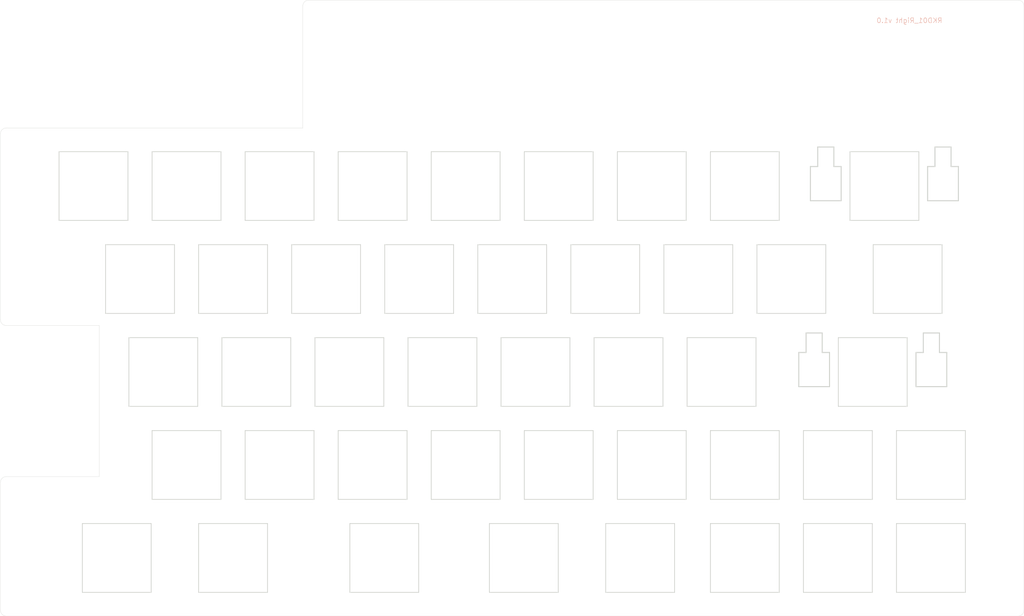
<source format=kicad_pcb>
(kicad_pcb (version 20240108) (generator "pcbnew") (generator_version "8.0")
  (layers (0 "F.Cu" signal) (31 "B.Cu" signal) (34 "B.Paste" user) (35 "F.Paste" user) (36 "B.SilkS" user "B.Silkscreen") (37 "F.SilkS" user "F.Silkscreen") (38 "B.Mask" user) (39 "F.Mask" user) (44 "Edge.Cuts" user))
  (net 0 "")
  (footprint "kbd_SW_Hole:SW_Hole_1u" (layer "F.Cu") (at 202.4063 57.15)
    (property "Reference" "SW75" (hide yes))
    (property "Value" "SW_Push" (hide yes))
    (fp_line (start -7.05 -7.05) (end 7.05 -7.05) (stroke (width 0.15)) (layer "Edge.Cuts"))
    (fp_line (start -7.05 7.05) (end -7.05 -7.05) (stroke (width 0.15)) (layer "Edge.Cuts"))
    (fp_line (start 7.05 -7.05) (end 7.05 7.05) (stroke (width 0.15)) (layer "Edge.Cuts"))
    (fp_line (start 7.05 7.05) (end -7.05 7.05) (stroke (width 0.15)) (layer "Edge.Cuts"))
  )
  (footprint "kbd_SW_Hole:SW_Hole_1u" (layer "F.Cu") (at 97.6313 57.15)
    (property "Reference" "SW51" (hide yes))
    (property "Value" "SW_Push" (hide yes))
    (fp_line (start -7.05 -7.05) (end 7.05 -7.05) (stroke (width 0.15)) (layer "Edge.Cuts"))
    (fp_line (start -7.05 7.05) (end -7.05 -7.05) (stroke (width 0.15)) (layer "Edge.Cuts"))
    (fp_line (start 7.05 -7.05) (end 7.05 7.05) (stroke (width 0.15)) (layer "Edge.Cuts"))
    (fp_line (start 7.05 7.05) (end -7.05 7.05) (stroke (width 0.15)) (layer "Edge.Cuts"))
  )
  (footprint "kbd_SW_Hole:SW_Hole_1u" (layer "F.Cu") (at 192.8813 133.35)
    (property "Reference" "SW74" (hide yes))
    (property "Value" "SW_Push" (hide yes))
    (fp_line (start -7.05 -7.05) (end 7.05 -7.05) (stroke (width 0.15)) (layer "Edge.Cuts"))
    (fp_line (start -7.05 7.05) (end -7.05 -7.05) (stroke (width 0.15)) (layer "Edge.Cuts"))
    (fp_line (start 7.05 -7.05) (end 7.05 7.05) (stroke (width 0.15)) (layer "Edge.Cuts"))
    (fp_line (start 7.05 7.05) (end -7.05 7.05) (stroke (width 0.15)) (layer "Edge.Cuts"))
  )
  (footprint "kbd_SW_Hole:SW_Hole_1u" (layer "F.Cu") (at 207.1688 76.2)
    (property "Reference" "SW76" (hide yes))
    (property "Value" "SW_Push" (hide yes))
    (fp_line (start -7.05 -7.05) (end 7.05 -7.05) (stroke (width 0.15)) (layer "Edge.Cuts"))
    (fp_line (start -7.05 7.05) (end -7.05 -7.05) (stroke (width 0.15)) (layer "Edge.Cuts"))
    (fp_line (start 7.05 -7.05) (end 7.05 7.05) (stroke (width 0.15)) (layer "Edge.Cuts"))
    (fp_line (start 7.05 7.05) (end -7.05 7.05) (stroke (width 0.15)) (layer "Edge.Cuts"))
  )
  (footprint "kbd_Hole:m2_Screw_Hole" (layer "F.Cu") (at 223.8375 23.8125)
    (property "Reference" "M2")
    (property "Value" "Mark")
    (pad "" np_thru_hole circle (at 0 0) (size 2.2 2.2) (drill 2.2) (layers "*.Cu" "*.Mask"))
  )
  (footprint "kbd_SW_Hole:SW_Hole_1u" (layer "F.Cu") (at 173.8313 57.15)
    (property "Reference" "SW70" (hide yes))
    (property "Value" "SW_Push" (hide yes))
    (fp_line (start -7.05 -7.05) (end 7.05 -7.05) (stroke (width 0.15)) (layer "Edge.Cuts"))
    (fp_line (start -7.05 7.05) (end -7.05 -7.05) (stroke (width 0.15)) (layer "Edge.Cuts"))
    (fp_line (start 7.05 -7.05) (end 7.05 7.05) (stroke (width 0.15)) (layer "Edge.Cuts"))
    (fp_line (start 7.05 7.05) (end -7.05 7.05) (stroke (width 0.15)) (layer "Edge.Cuts"))
  )
  (footprint "kbd_SW_Hole:SW_Hole_1u" (layer "F.Cu") (at 59.5313 57.15)
    (property "Reference" "SW41" (hide yes))
    (property "Value" "SW_Push" (hide yes))
    (fp_line (start -7.05 -7.05) (end 7.05 -7.05) (stroke (width 0.15)) (layer "Edge.Cuts"))
    (fp_line (start -7.05 7.05) (end -7.05 -7.05) (stroke (width 0.15)) (layer "Edge.Cuts"))
    (fp_line (start 7.05 -7.05) (end 7.05 7.05) (stroke (width 0.15)) (layer "Edge.Cuts"))
    (fp_line (start 7.05 7.05) (end -7.05 7.05) (stroke (width 0.15)) (layer "Edge.Cuts"))
  )
  (footprint "kbd_SW_Hole:SW_Hole_1u" (layer "F.Cu") (at 211.9313 114.3)
    (property "Reference" "SW77" (hide yes))
    (property "Value" "SW_Push" (hide yes))
    (fp_line (start -7.05 -7.05) (end 7.05 -7.05) (stroke (width 0.15)) (layer "Edge.Cuts"))
    (fp_line (start -7.05 7.05) (end -7.05 -7.05) (stroke (width 0.15)) (layer "Edge.Cuts"))
    (fp_line (start 7.05 -7.05) (end 7.05 7.05) (stroke (width 0.15)) (layer "Edge.Cuts"))
    (fp_line (start 7.05 7.05) (end -7.05 7.05) (stroke (width 0.15)) (layer "Edge.Cuts"))
  )
  (footprint "kbd_SW_Hole:SW_Hole_1u" (layer "F.Cu") (at 45.2438 133.35)
    (property "Reference" "SW40" (hide yes))
    (property "Value" "SW_Push" (hide yes))
    (fp_line (start -7.05 -7.05) (end 7.05 -7.05) (stroke (width 0.15)) (layer "Edge.Cuts"))
    (fp_line (start -7.05 7.05) (end -7.05 -7.05) (stroke (width 0.15)) (layer "Edge.Cuts"))
    (fp_line (start 7.05 -7.05) (end 7.05 7.05) (stroke (width 0.15)) (layer "Edge.Cuts"))
    (fp_line (start 7.05 7.05) (end -7.05 7.05) (stroke (width 0.15)) (layer "Edge.Cuts"))
  )
  (footprint "kbd_SW_Hole:SW_Hole_1u" (layer "F.Cu") (at 130.9688 95.25)
    (property "Reference" "SW58" (hide yes))
    (property "Value" "SW_Push" (hide yes))
    (fp_line (start -7.05 -7.05) (end 7.05 -7.05) (stroke (width 0.15)) (layer "Edge.Cuts"))
    (fp_line (start -7.05 7.05) (end -7.05 -7.05) (stroke (width 0.15)) (layer "Edge.Cuts"))
    (fp_line (start 7.05 -7.05) (end 7.05 7.05) (stroke (width 0.15)) (layer "Edge.Cuts"))
    (fp_line (start 7.05 7.05) (end -7.05 7.05) (stroke (width 0.15)) (layer "Edge.Cuts"))
  )
  (footprint "kbd_SW_Hole:SW_Hole_1u" (layer "F.Cu") (at 50.0063 76.2)
    (property "Reference" "SW37" (hide yes))
    (property "Value" "SW_Push" (hide yes))
    (fp_line (start -7.05 -7.05) (end 7.05 -7.05) (stroke (width 0.15)) (layer "Edge.Cuts"))
    (fp_line (start -7.05 7.05) (end -7.05 -7.05) (stroke (width 0.15)) (layer "Edge.Cuts"))
    (fp_line (start 7.05 -7.05) (end 7.05 7.05) (stroke (width 0.15)) (layer "Edge.Cuts"))
    (fp_line (start 7.05 7.05) (end -7.05 7.05) (stroke (width 0.15)) (layer "Edge.Cuts"))
  )
  (footprint "kbd_SW_Hole:SW_Hole_1.75u" (layer "F.Cu") (at 100.0126 133.35)
    (property "Reference" "SW50" (hide yes))
    (property "Value" "SW_Push" (hide yes))
    (fp_line (start -7.05 -7.05) (end 7.05 -7.05) (stroke (width 0.15)) (layer "Edge.Cuts"))
    (fp_line (start -7.05 7.05) (end -7.05 -7.05) (stroke (width 0.15)) (layer "Edge.Cuts"))
    (fp_line (start 7.05 -7.05) (end 7.05 7.05) (stroke (width 0.15)) (layer "Edge.Cuts"))
    (fp_line (start 7.05 7.05) (end -7.05 7.05) (stroke (width 0.15)) (layer "Edge.Cuts"))
  )
  (footprint "kbd_SW_Hole:SW_Hole_1u" (layer "F.Cu") (at 69.0563 76.2)
    (property "Reference" "SW42" (hide yes))
    (property "Value" "SW_Push" (hide yes))
    (fp_line (start -7.05 -7.05) (end 7.05 -7.05) (stroke (width 0.15)) (layer "Edge.Cuts"))
    (fp_line (start -7.05 7.05) (end -7.05 -7.05) (stroke (width 0.15)) (layer "Edge.Cuts"))
    (fp_line (start 7.05 -7.05) (end 7.05 7.05) (stroke (width 0.15)) (layer "Edge.Cuts"))
    (fp_line (start 7.05 7.05) (end -7.05 7.05) (stroke (width 0.15)) (layer "Edge.Cuts"))
  )
  (footprint "kbd_SW_Hole:SW_Hole_1u" (layer "F.Cu") (at 126.2063 76.2)
    (property "Reference" "SW57" (hide yes))
    (property "Value" "SW_Push" (hide yes))
    (fp_line (start -7.05 -7.05) (end 7.05 -7.05) (stroke (width 0.15)) (layer "Edge.Cuts"))
    (fp_line (start -7.05 7.05) (end -7.05 -7.05) (stroke (width 0.15)) (layer "Edge.Cuts"))
    (fp_line (start 7.05 -7.05) (end 7.05 7.05) (stroke (width 0.15)) (layer "Edge.Cuts"))
    (fp_line (start 7.05 7.05) (end -7.05 7.05) (stroke (width 0.15)) (layer "Edge.Cuts"))
  )
  (footprint "kbd_SW_Hole:SW_Hole_1u" (layer "F.Cu") (at 78.5813 57.15)
    (property "Reference" "SW46" (hide yes))
    (property "Value" "SW_Push" (hide yes))
    (fp_line (start -7.05 -7.05) (end 7.05 -7.05) (stroke (width 0.15)) (layer "Edge.Cuts"))
    (fp_line (start -7.05 7.05) (end -7.05 -7.05) (stroke (width 0.15)) (layer "Edge.Cuts"))
    (fp_line (start 7.05 -7.05) (end 7.05 7.05) (stroke (width 0.15)) (layer "Edge.Cuts"))
    (fp_line (start 7.05 7.05) (end -7.05 7.05) (stroke (width 0.15)) (layer "Edge.Cuts"))
  )
  (footprint "kbd_SW_Hole:SW_Hole_1u" (layer "F.Cu") (at 111.9188 95.25)
    (property "Reference" "SW53" (hide yes))
    (property "Value" "SW_Push" (hide yes))
    (fp_line (start -7.05 -7.05) (end 7.05 -7.05) (stroke (width 0.15)) (layer "Edge.Cuts"))
    (fp_line (start -7.05 7.05) (end -7.05 -7.05) (stroke (width 0.15)) (layer "Edge.Cuts"))
    (fp_line (start 7.05 -7.05) (end 7.05 7.05) (stroke (width 0.15)) (layer "Edge.Cuts"))
    (fp_line (start 7.05 7.05) (end -7.05 7.05) (stroke (width 0.15)) (layer "Edge.Cuts"))
  )
  (footprint "kbd_SW_Hole:SW_Hole_1u" (layer "F.Cu") (at 116.6813 114.3)
    (property "Reference" "SW54" (hide yes))
    (property "Value" "SW_Push" (hide yes))
    (fp_line (start -7.05 -7.05) (end 7.05 -7.05) (stroke (width 0.15)) (layer "Edge.Cuts"))
    (fp_line (start -7.05 7.05) (end -7.05 -7.05) (stroke (width 0.15)) (layer "Edge.Cuts"))
    (fp_line (start 7.05 -7.05) (end 7.05 7.05) (stroke (width 0.15)) (layer "Edge.Cuts"))
    (fp_line (start 7.05 7.05) (end -7.05 7.05) (stroke (width 0.15)) (layer "Edge.Cuts"))
  )
  (footprint "kbd_SW_Hole:SW_Hole_1u" (layer "F.Cu") (at 164.3063 76.2)
    (property "Reference" "SW66" (hide yes))
    (property "Value" "SW_Push" (hide yes))
    (fp_line (start -7.05 -7.05) (end 7.05 -7.05) (stroke (width 0.15)) (layer "Edge.Cuts"))
    (fp_line (start -7.05 7.05) (end -7.05 -7.05) (stroke (width 0.15)) (layer "Edge.Cuts"))
    (fp_line (start 7.05 -7.05) (end 7.05 7.05) (stroke (width 0.15)) (layer "Edge.Cuts"))
    (fp_line (start 7.05 7.05) (end -7.05 7.05) (stroke (width 0.15)) (layer "Edge.Cuts"))
  )
  (footprint "kbd_SW_Hole:SW_Hole_1u" (layer "F.Cu") (at 54.7688 95.25)
    (property "Reference" "SW38" (hide yes))
    (property "Value" "SW_Push" (hide yes))
    (fp_line (start -7.05 -7.05) (end 7.05 -7.05) (stroke (width 0.15)) (layer "Edge.Cuts"))
    (fp_line (start -7.05 7.05) (end -7.05 -7.05) (stroke (width 0.15)) (layer "Edge.Cuts"))
    (fp_line (start 7.05 -7.05) (end 7.05 7.05) (stroke (width 0.15)) (layer "Edge.Cuts"))
    (fp_line (start 7.05 7.05) (end -7.05 7.05) (stroke (width 0.15)) (layer "Edge.Cuts"))
  )
  (footprint "kbd_SW_Hole:SW_Hole_1u" (layer "F.Cu") (at 150.0188 95.25)
    (property "Reference" "SW62" (hide yes))
    (property "Value" "SW_Push" (hide yes))
    (fp_line (start -7.05 -7.05) (end 7.05 -7.05) (stroke (width 0.15)) (layer "Edge.Cuts"))
    (fp_line (start -7.05 7.05) (end -7.05 -7.05) (stroke (width 0.15)) (layer "Edge.Cuts"))
    (fp_line (start 7.05 -7.05) (end 7.05 7.05) (stroke (width 0.15)) (layer "Edge.Cuts"))
    (fp_line (start 7.05 7.05) (end -7.05 7.05) (stroke (width 0.15)) (layer "Edge.Cuts"))
  )
  (footprint "kbd_SW_Hole:SW_Hole_1u" (layer "F.Cu") (at 173.8313 114.3)
    (property "Reference" "SW68" (hide yes))
    (property "Value" "SW_Push" (hide yes))
    (fp_line (start -7.05 -7.05) (end 7.05 -7.05) (stroke (width 0.15)) (layer "Edge.Cuts"))
    (fp_line (start -7.05 7.05) (end -7.05 -7.05) (stroke (width 0.15)) (layer "Edge.Cuts"))
    (fp_line (start 7.05 -7.05) (end 7.05 7.05) (stroke (width 0.15)) (layer "Edge.Cuts"))
    (fp_line (start 7.05 7.05) (end -7.05 7.05) (stroke (width 0.15)) (layer "Edge.Cuts"))
  )
  (footprint "kbd_SW_Hole:SW_Hole_1u" (layer "F.Cu") (at 135.7313 57.15)
    (property "Reference" "SW60" (hide yes))
    (property "Value" "SW_Push" (hide yes))
    (fp_line (start -7.05 -7.05) (end 7.05 -7.05) (stroke (width 0.15)) (layer "Edge.Cuts"))
    (fp_line (start -7.05 7.05) (end -7.05 -7.05) (stroke (width 0.15)) (layer "Edge.Cuts"))
    (fp_line (start 7.05 -7.05) (end 7.05 7.05) (stroke (width 0.15)) (layer "Edge.Cuts"))
    (fp_line (start 7.05 7.05) (end -7.05 7.05) (stroke (width 0.15)) (layer "Edge.Cuts"))
  )
  (footprint "kbd_SW_Hole:SW_Hole_1u" (layer "F.Cu") (at 59.5313 114.3)
    (property "Reference" "SW39" (hide yes))
    (property "Value" "SW_Push" (hide yes))
    (fp_line (start -7.05 -7.05) (end 7.05 -7.05) (stroke (width 0.15)) (layer "Edge.Cuts"))
    (fp_line (start -7.05 7.05) (end -7.05 -7.05) (stroke (width 0.15)) (layer "Edge.Cuts"))
    (fp_line (start 7.05 -7.05) (end 7.05 7.05) (stroke (width 0.15)) (layer "Edge.Cuts"))
    (fp_line (start 7.05 7.05) (end -7.05 7.05) (stroke (width 0.15)) (layer "Edge.Cuts"))
  )
  (footprint "kbd_SW_Hole:SW_Hole_1u" (layer "F.Cu") (at 73.8188 95.25)
    (property "Reference" "SW43" (hide yes))
    (property "Value" "SW_Push" (hide yes))
    (fp_line (start -7.05 -7.05) (end 7.05 -7.05) (stroke (width 0.15)) (layer "Edge.Cuts"))
    (fp_line (start -7.05 7.05) (end -7.05 -7.05) (stroke (width 0.15)) (layer "Edge.Cuts"))
    (fp_line (start 7.05 -7.05) (end 7.05 7.05) (stroke (width 0.15)) (layer "Edge.Cuts"))
    (fp_line (start 7.05 7.05) (end -7.05 7.05) (stroke (width 0.15)) (layer "Edge.Cuts"))
  )
  (footprint "kbd_SW_Hole:SW_Hole_1u" (layer "F.Cu") (at 211.9313 133.35)
    (property "Reference" "SW78" (hide yes))
    (property "Value" "SW_Push" (hide yes))
    (fp_line (start -7.05 -7.05) (end 7.05 -7.05) (stroke (width 0.15)) (layer "Edge.Cuts"))
    (fp_line (start -7.05 7.05) (end -7.05 -7.05) (stroke (width 0.15)) (layer "Edge.Cuts"))
    (fp_line (start 7.05 -7.05) (end 7.05 7.05) (stroke (width 0.15)) (layer "Edge.Cuts"))
    (fp_line (start 7.05 7.05) (end -7.05 7.05) (stroke (width 0.15)) (layer "Edge.Cuts"))
  )
  (footprint "kbd_SW_Hole:SW_Hole_1u" (layer "F.Cu") (at 200.0251 95.25)
    (property "Reference" "SW72" (hide yes))
    (property "Value" "SW_Push" (hide yes))
    (fp_line (start -7.05 -7.05) (end 7.05 -7.05) (stroke (width 0.15)) (layer "Edge.Cuts"))
    (fp_line (start -7.05 7.05) (end -7.05 -7.05) (stroke (width 0.15)) (layer "Edge.Cuts"))
    (fp_line (start 7.05 -7.05) (end 7.05 7.05) (stroke (width 0.15)) (layer "Edge.Cuts"))
    (fp_line (start 7.05 7.05) (end -7.05 7.05) (stroke (width 0.15)) (layer "Edge.Cuts"))
  )
  (footprint "kbd_SW_Hole:SW_Hole_1u" (layer "F.Cu") (at 92.8688 95.25)
    (property "Reference" "SW48" (hide yes))
    (property "Value" "SW_Push" (hide yes))
    (fp_line (start -7.05 -7.05) (end 7.05 -7.05) (stroke (width 0.15)) (layer "Edge.Cuts"))
    (fp_line (start -7.05 7.05) (end -7.05 -7.05) (stroke (width 0.15)) (layer "Edge.Cuts"))
    (fp_line (start 7.05 -7.05) (end 7.05 7.05) (stroke (width 0.15)) (layer "Edge.Cuts"))
    (fp_line (start 7.05 7.05) (end -7.05 7.05) (stroke (width 0.15)) (layer "Edge.Cuts"))
  )
  (footprint "kbd_SW_Hole:SW_Hole_1u" (layer "F.Cu") (at 154.7813 57.15)
    (property "Reference" "SW65" (hide yes))
    (property "Value" "SW_Push" (hide yes))
    (fp_line (start -7.05 -7.05) (end 7.05 -7.05) (stroke (width 0.15)) (layer "Edge.Cuts"))
    (fp_line (start -7.05 7.05) (end -7.05 -7.05) (stroke (width 0.15)) (layer "Edge.Cuts"))
    (fp_line (start 7.05 -7.05) (end 7.05 7.05) (stroke (width 0.15)) (layer "Edge.Cuts"))
    (fp_line (start 7.05 7.05) (end -7.05 7.05) (stroke (width 0.15)) (layer "Edge.Cuts"))
  )
  (footprint "kbd_SW_Hole:SW_Hole_1u" (layer "F.Cu") (at 183.3563 76.2)
    (property "Reference" "SW71" (hide yes))
    (property "Value" "SW_Push" (hide yes))
    (fp_line (start -7.05 -7.05) (end 7.05 -7.05) (stroke (width 0.15)) (layer "Edge.Cuts"))
    (fp_line (start -7.05 7.05) (end -7.05 -7.05) (stroke (width 0.15)) (layer "Edge.Cuts"))
    (fp_line (start 7.05 -7.05) (end 7.05 7.05) (stroke (width 0.15)) (layer "Edge.Cuts"))
    (fp_line (start 7.05 7.05) (end -7.05 7.05) (stroke (width 0.15)) (layer "Edge.Cuts"))
  )
  (footprint "kbd_SW_Hole:SW_Hole_1u" (layer "F.Cu") (at 107.1563 76.2)
    (property "Reference" "SW52" (hide yes))
    (property "Value" "SW_Push" (hide yes))
    (fp_line (start -7.05 -7.05) (end 7.05 -7.05) (stroke (width 0.15)) (layer "Edge.Cuts"))
    (fp_line (start -7.05 7.05) (end -7.05 -7.05) (stroke (width 0.15)) (layer "Edge.Cuts"))
    (fp_line (start 7.05 -7.05) (end 7.05 7.05) (stroke (width 0.15)) (layer "Edge.Cuts"))
    (fp_line (start 7.05 7.05) (end -7.05 7.05) (stroke (width 0.15)) (layer "Edge.Cuts"))
  )
  (footprint "kbd_SW_Hole:Stab_Hole_Choc_2u_Top" (layer "F.Cu") (at 202.40625 57.15)
    (property "Reference" "SW66" (hide yes))
    (property "Value" "SW_PUSH" (hide yes))
    (fp_line (start -15.15 -4) (end -15.15 3) (stroke (width 0.2)) (layer "Edge.Cuts"))
    (fp_line (start -13.65 -8) (end -13.65 -4) (stroke (width 0.2)) (layer "Edge.Cuts"))
    (fp_line (start -13.65 -8) (end -10.35 -8) (stroke (width 0.2)) (layer "Edge.Cuts"))
    (fp_line (start -13.65 -4) (end -15.15 -4) (stroke (width 0.2)) (layer "Edge.Cuts"))
    (fp_line (start -10.35 -8) (end -10.35 -4) (stroke (width 0.2)) (layer "Edge.Cuts"))
    (fp_line (start -10.35 -4) (end -8.85 -4) (stroke (width 0.2)) (layer "Edge.Cuts"))
    (fp_line (start -8.85 -4) (end -8.85 3) (stroke (width 0.2)) (layer "Edge.Cuts"))
    (fp_line (start -8.85 3) (end -15.15 3) (stroke (width 0.2)) (layer "Edge.Cuts"))
    (fp_line (start 8.85 -4) (end 8.85 3) (stroke (width 0.2)) (layer "Edge.Cuts"))
    (fp_line (start 10.35 -8) (end 10.35 -4) (stroke (width 0.2)) (layer "Edge.Cuts"))
    (fp_line (start 10.35 -8) (end 13.65 -8) (stroke (width 0.2)) (layer "Edge.Cuts"))
    (fp_line (start 10.35 -4) (end 8.85 -4) (stroke (width 0.2)) (layer "Edge.Cuts"))
    (fp_line (start 13.65 -8) (end 13.65 -4) (stroke (width 0.2)) (layer "Edge.Cuts"))
    (fp_line (start 13.65 -4) (end 15.15 -4) (stroke (width 0.2)) (layer "Edge.Cuts"))
    (fp_line (start 15.15 -4) (end 15.15 3) (stroke (width 0.2)) (layer "Edge.Cuts"))
    (fp_line (start 15.15 3) (end 8.85 3) (stroke (width 0.2)) (layer "Edge.Cuts"))
  )
  (footprint "kbd_SW_Hole:SW_Hole_1u" (layer "F.Cu") (at 145.2563 76.2)
    (property "Reference" "SW61" (hide yes))
    (property "Value" "SW_Push" (hide yes))
    (fp_line (start -7.05 -7.05) (end 7.05 -7.05) (stroke (width 0.15)) (layer "Edge.Cuts"))
    (fp_line (start -7.05 7.05) (end -7.05 -7.05) (stroke (width 0.15)) (layer "Edge.Cuts"))
    (fp_line (start 7.05 -7.05) (end 7.05 7.05) (stroke (width 0.15)) (layer "Edge.Cuts"))
    (fp_line (start 7.05 7.05) (end -7.05 7.05) (stroke (width 0.15)) (layer "Edge.Cuts"))
  )
  (footprint "kbd_SW_Hole:SW_Hole_1u" (layer "F.Cu") (at 40.4813 57.15)
    (property "Reference" "SW36" (hide yes))
    (property "Value" "SW_Push" (hide yes))
    (fp_line (start -7.05 -7.05) (end 7.05 -7.05) (stroke (width 0.15)) (layer "Edge.Cuts"))
    (fp_line (start -7.05 7.05) (end -7.05 -7.05) (stroke (width 0.15)) (layer "Edge.Cuts"))
    (fp_line (start 7.05 -7.05) (end 7.05 7.05) (stroke (width 0.15)) (layer "Edge.Cuts"))
    (fp_line (start 7.05 7.05) (end -7.05 7.05) (stroke (width 0.15)) (layer "Edge.Cuts"))
  )
  (footprint "kbd_SW_Hole:SW_Hole_1u" (layer "F.Cu") (at 169.0688 95.25)
    (property "Reference" "SW67" (hide yes))
    (property "Value" "SW_Push" (hide yes))
    (fp_line (start -7.05 -7.05) (end 7.05 -7.05) (stroke (width 0.15)) (layer "Edge.Cuts"))
    (fp_line (start -7.05 7.05) (end -7.05 -7.05) (stroke (width 0.15)) (layer "Edge.Cuts"))
    (fp_line (start 7.05 -7.05) (end 7.05 7.05) (stroke (width 0.15)) (layer "Edge.Cuts"))
    (fp_line (start 7.05 7.05) (end -7.05 7.05) (stroke (width 0.15)) (layer "Edge.Cuts"))
  )
  (footprint "kbd_SW_Hole:SW_Hole_1u" (layer "F.Cu") (at 78.5813 114.3)
    (property "Reference" "SW44" (hide yes))
    (property "Value" "SW_Push" (hide yes))
    (fp_line (start -7.05 -7.05) (end 7.05 -7.05) (stroke (width 0.15)) (layer "Edge.Cuts"))
    (fp_line (start -7.05 7.05) (end -7.05 -7.05) (stroke (width 0.15)) (layer "Edge.Cuts"))
    (fp_line (start 7.05 -7.05) (end 7.05 7.05) (stroke (width 0.15)) (layer "Edge.Cuts"))
    (fp_line (start 7.05 7.05) (end -7.05 7.05) (stroke (width 0.15)) (layer "Edge.Cuts"))
  )
  (footprint "kbd_SW_Hole:SW_Hole_1u" (layer "F.Cu") (at 116.6813 57.15)
    (property "Reference" "SW56" (hide yes))
    (property "Value" "SW_Push" (hide yes))
    (fp_line (start -7.05 -7.05) (end 7.05 -7.05) (stroke (width 0.15)) (layer "Edge.Cuts"))
    (fp_line (start -7.05 7.05) (end -7.05 -7.05) (stroke (width 0.15)) (layer "Edge.Cuts"))
    (fp_line (start 7.05 -7.05) (end 7.05 7.05) (stroke (width 0.15)) (layer "Edge.Cuts"))
    (fp_line (start 7.05 7.05) (end -7.05 7.05) (stroke (width 0.15)) (layer "Edge.Cuts"))
  )
  (footprint "kbd_SW_Hole:SW_Hole_1u" (layer "F.Cu") (at 154.7813 114.3)
    (property "Reference" "SW63" (hide yes))
    (property "Value" "SW_Push" (hide yes))
    (fp_line (start -7.05 -7.05) (end 7.05 -7.05) (stroke (width 0.15)) (layer "Edge.Cuts"))
    (fp_line (start -7.05 7.05) (end -7.05 -7.05) (stroke (width 0.15)) (layer "Edge.Cuts"))
    (fp_line (start 7.05 -7.05) (end 7.05 7.05) (stroke (width 0.15)) (layer "Edge.Cuts"))
    (fp_line (start 7.05 7.05) (end -7.05 7.05) (stroke (width 0.15)) (layer "Edge.Cuts"))
  )
  (footprint "kbd_SW_Hole:SW_Hole_1u" (layer "F.Cu") (at 135.7313 114.3)
    (property "Reference" "SW59" (hide yes))
    (property "Value" "SW_Push" (hide yes))
    (fp_line (start -7.05 -7.05) (end 7.05 -7.05) (stroke (width 0.15)) (layer "Edge.Cuts"))
    (fp_line (start -7.05 7.05) (end -7.05 -7.05) (stroke (width 0.15)) (layer "Edge.Cuts"))
    (fp_line (start 7.05 -7.05) (end 7.05 7.05) (stroke (width 0.15)) (layer "Edge.Cuts"))
    (fp_line (start 7.05 7.05) (end -7.05 7.05) (stroke (width 0.15)) (layer "Edge.Cuts"))
  )
  (footprint "kbd_SW_Hole:SW_Hole_1.25u" (layer "F.Cu") (at 152.4001 133.35)
    (property "Reference" "SW64" (hide yes))
    (property "Value" "SW_Push" (hide yes))
    (fp_line (start -7.05 -7.05) (end 7.05 -7.05) (stroke (width 0.15)) (layer "Edge.Cuts"))
    (fp_line (start -7.05 7.05) (end -7.05 -7.05) (stroke (width 0.15)) (layer "Edge.Cuts"))
    (fp_line (start 7.05 -7.05) (end 7.05 7.05) (stroke (width 0.15)) (layer "Edge.Cuts"))
    (fp_line (start 7.05 7.05) (end -7.05 7.05) (stroke (width 0.15)) (layer "Edge.Cuts"))
  )
  (footprint "kbd_Hole:m2_Screw_Hole" (layer "F.Cu") (at 226.2188 140.4937)
    (property "Reference" "M4")
    (property "Value" "Mark")
    (pad "" np_thru_hole circle (at 0 0) (size 2.2 2.2) (drill 2.2) (layers "*.Cu" "*.Mask"))
  )
  (footprint "kbd_SW_Hole:SW_Hole_1u" (layer "F.Cu") (at 173.8313 133.35)
    (property "Reference" "SW69" (hide yes))
    (property "Value" "SW_Push" (hide yes))
    (fp_line (start -7.05 -7.05) (end 7.05 -7.05) (stroke (width 0.15)) (layer "Edge.Cuts"))
    (fp_line (start -7.05 7.05) (end -7.05 -7.05) (stroke (width 0.15)) (layer "Edge.Cuts"))
    (fp_line (start 7.05 -7.05) (end 7.05 7.05) (stroke (width 0.15)) (layer "Edge.Cuts"))
    (fp_line (start 7.05 7.05) (end -7.05 7.05) (stroke (width 0.15)) (layer "Edge.Cuts"))
  )
  (footprint "kbd_SW_Hole:SW_Hole_1u" (layer "F.Cu") (at 88.1063 76.2)
    (property "Reference" "SW47" (hide yes))
    (property "Value" "SW_Push" (hide yes))
    (fp_line (start -7.05 -7.05) (end 7.05 -7.05) (stroke (width 0.15)) (layer "Edge.Cuts"))
    (fp_line (start -7.05 7.05) (end -7.05 -7.05) (stroke (width 0.15)) (layer "Edge.Cuts"))
    (fp_line (start 7.05 -7.05) (end 7.05 7.05) (stroke (width 0.15)) (layer "Edge.Cuts"))
    (fp_line (start 7.05 7.05) (end -7.05 7.05) (stroke (width 0.15)) (layer "Edge.Cuts"))
  )
  (footprint "kbd_SW_Hole:SW_Hole_1.5u" (layer "F.Cu") (at 69.0563 133.35)
    (property "Reference" "SW45" (hide yes))
    (property "Value" "SW_Push" (hide yes))
    (fp_line (start -7.05 -7.05) (end 7.05 -7.05) (stroke (width 0.15)) (layer "Edge.Cuts"))
    (fp_line (start -7.05 7.05) (end -7.05 -7.05) (stroke (width 0.15)) (layer "Edge.Cuts"))
    (fp_line (start 7.05 -7.05) (end 7.05 7.05) (stroke (width 0.15)) (layer "Edge.Cuts"))
    (fp_line (start 7.05 7.05) (end -7.05 7.05) (stroke (width 0.15)) (layer "Edge.Cuts"))
  )
  (footprint "kbd_SW_Hole:SW_Hole_1u" (layer "F.Cu") (at 192.8813 114.3)
    (property "Reference" "SW73" (hide yes))
    (property "Value" "SW_Push" (hide yes))
    (fp_line (start -7.05 -7.05) (end 7.05 -7.05) (stroke (width 0.15)) (layer "Edge.Cuts"))
    (fp_line (start -7.05 7.05) (end -7.05 -7.05) (stroke (width 0.15)) (layer "Edge.Cuts"))
    (fp_line (start 7.05 -7.05) (end 7.05 7.05) (stroke (width 0.15)) (layer "Edge.Cuts"))
    (fp_line (start 7.05 7.05) (end -7.05 7.05) (stroke (width 0.15)) (layer "Edge.Cuts"))
  )
  (footprint "kbd_SW_Hole:Stab_Hole_Choc_2u_Top" (layer "F.Cu") (at 200.025 95.25)
    (property "Reference" "SW66" (hide yes))
    (property "Value" "SW_PUSH" (hide yes))
    (fp_line (start -15.15 -4) (end -15.15 3) (stroke (width 0.2)) (layer "Edge.Cuts"))
    (fp_line (start -13.65 -8) (end -13.65 -4) (stroke (width 0.2)) (layer "Edge.Cuts"))
    (fp_line (start -13.65 -8) (end -10.35 -8) (stroke (width 0.2)) (layer "Edge.Cuts"))
    (fp_line (start -13.65 -4) (end -15.15 -4) (stroke (width 0.2)) (layer "Edge.Cuts"))
    (fp_line (start -10.35 -8) (end -10.35 -4) (stroke (width 0.2)) (layer "Edge.Cuts"))
    (fp_line (start -10.35 -4) (end -8.85 -4) (stroke (width 0.2)) (layer "Edge.Cuts"))
    (fp_line (start -8.85 -4) (end -8.85 3) (stroke (width 0.2)) (layer "Edge.Cuts"))
    (fp_line (start -8.85 3) (end -15.15 3) (stroke (width 0.2)) (layer "Edge.Cuts"))
    (fp_line (start 8.85 -4) (end 8.85 3) (stroke (width 0.2)) (layer "Edge.Cuts"))
    (fp_line (start 10.35 -8) (end 10.35 -4) (stroke (width 0.2)) (layer "Edge.Cuts"))
    (fp_line (start 10.35 -8) (end 13.65 -8) (stroke (width 0.2)) (layer "Edge.Cuts"))
    (fp_line (start 10.35 -4) (end 8.85 -4) (stroke (width 0.2)) (layer "Edge.Cuts"))
    (fp_line (start 13.65 -8) (end 13.65 -4) (stroke (width 0.2)) (layer "Edge.Cuts"))
    (fp_line (start 13.65 -4) (end 15.15 -4) (stroke (width 0.2)) (layer "Edge.Cuts"))
    (fp_line (start 15.15 -4) (end 15.15 3) (stroke (width 0.2)) (layer "Edge.Cuts"))
    (fp_line (start 15.15 3) (end 8.85 3) (stroke (width 0.2)) (layer "Edge.Cuts"))
  )
  (footprint "kbd_SW_Hole:SW_Hole_1u" (layer "F.Cu") (at 97.6313 114.3)
    (property "Reference" "SW49" (hide yes))
    (property "Value" "SW_Push" (hide yes))
    (fp_line (start -7.05 -7.05) (end 7.05 -7.05) (stroke (width 0.15)) (layer "Edge.Cuts"))
    (fp_line (start -7.05 7.05) (end -7.05 -7.05) (stroke (width 0.15)) (layer "Edge.Cuts"))
    (fp_line (start 7.05 -7.05) (end 7.05 7.05) (stroke (width 0.15)) (layer "Edge.Cuts"))
    (fp_line (start 7.05 7.05) (end -7.05 7.05) (stroke (width 0.15)) (layer "Edge.Cuts"))
  )
  (footprint "kbd_Hole:m2_Screw_Hole" (layer "F.Cu") (at 88.1063 23.8125)
    (property "Reference" "M1")
    (property "Value" "Mark")
    (pad "" np_thru_hole circle (at 0 0) (size 2.2 2.2) (drill 2.2) (layers "*.Cu" "*.Mask"))
  )
  (footprint "kbd_Hole:m2_Screw_Hole" (layer "F.Cu") (at 26.1938 140.4937)
    (property "Reference" "M3")
    (property "Value" "Mark")
    (pad "" np_thru_hole circle (at 0 0) (size 2.2 2.2) (drill 2.2) (layers "*.Cu" "*.Mask"))
  )
  (footprint "kbd_Hole:m2_Screw_Hole" (layer "F.Cu") (at 23.8125 47.625)
    (property "Reference" "M5")
    (property "Value" "Mark")
    (pad "" np_thru_hole circle (at 0 0) (size 2.2 2.2) (drill 2.2) (layers "*.Cu" "*.Mask"))
  )
  (footprint "kbd_SW_Hole:SW_Hole_1.25u" (layer "F.Cu") (at 128.5876 133.35)
    (property "Reference" "SW55" (hide yes))
    (property "Value" "SW_Push" (hide yes))
    (fp_line (start -7.05 -7.05) (end 7.05 -7.05) (stroke (width 0.15)) (layer "Edge.Cuts"))
    (fp_line (start -7.05 7.05) (end -7.05 -7.05) (stroke (width 0.15)) (layer "Edge.Cuts"))
    (fp_line (start 7.05 -7.05) (end 7.05 7.05) (stroke (width 0.15)) (layer "Edge.Cuts"))
    (fp_line (start 7.05 7.05) (end -7.05 7.05) (stroke (width 0.15)) (layer "Edge.Cuts"))
  )
  (gr_line (start 229.790625 145.25625) (end 22.621875 145.25625) (stroke (width 0.05)) (layer "Edge.Cuts"))
  (gr_line (start 21.431225 46.43435) (end 21.431225 84.53435) (stroke (width 0.05)) (layer "Edge.Cuts"))
  (gr_arc (start 21.43125 117.87187) (mid 21.779977 117.029972) (end 22.621875 116.681245) (stroke (width 0.05)) (layer "Edge.Cuts"))
  (gr_arc (start 22.62185 85.724975) (mid 21.779976 85.376239) (end 21.431225 84.53435) (stroke (width 0.05)) (layer "Edge.Cuts"))
  (gr_arc (start 83.343775 20.24065) (mid 83.692468 19.398768) (end 84.53435 19.050075) (stroke (width 0.05)) (layer "Edge.Cuts"))
  (gr_line (start 21.43125 144.065625) (end 21.43125 117.87187) (stroke (width 0.05)) (layer "Edge.Cuts"))
  (gr_line (start 22.621875 85.725) (end 41.671875 85.725) (stroke (width 0.05)) (layer "Edge.Cuts"))
  (gr_line (start 230.98125 20.240625) (end 230.98125 144.065625) (stroke (width 0.05)) (layer "Edge.Cuts"))
  (gr_arc (start 229.790625 19.05) (mid 230.632524 19.398726) (end 230.98125 20.240625) (stroke (width 0.05)) (layer "Edge.Cuts"))
  (gr_line (start 83.343775 20.24065) (end 83.34375 45.24375) (stroke (width 0.05)) (layer "Edge.Cuts"))
  (gr_line (start 229.790625 19.05) (end 84.53435 19.050075) (stroke (width 0.05)) (layer "Edge.Cuts"))
  (gr_line (start 41.671875 85.725) (end 41.671875 116.68125) (stroke (width 0.05)) (layer "Edge.Cuts"))
  (gr_arc (start 230.98125 144.065625) (mid 230.632524 144.907524) (end 229.790625 145.25625) (stroke (width 0.05)) (layer "Edge.Cuts"))
  (gr_line (start 22.621875 116.68126) (end 41.671875 116.68125) (stroke (width 0.05)) (layer "Edge.Cuts"))
  (gr_arc (start 21.431225 46.43435) (mid 21.779958 45.592458) (end 22.62185 45.243725) (stroke (width 0.05)) (layer "Edge.Cuts"))
  (gr_line (start 83.34375 45.24375) (end 22.62185 45.243725) (stroke (width 0.05)) (layer "Edge.Cuts"))
  (gr_arc (start 22.621875 145.25625) (mid 21.779976 144.907524) (end 21.43125 144.065625) (stroke (width 0.05)) (layer "Edge.Cuts"))
  (gr_text "RKD01_Right v1.0" (at 214.3125 23.8125 0) (layer "B.SilkS") (effects (font (size 1 1) (thickness 0.1)) (justify left bottom mirror)))
)
</source>
